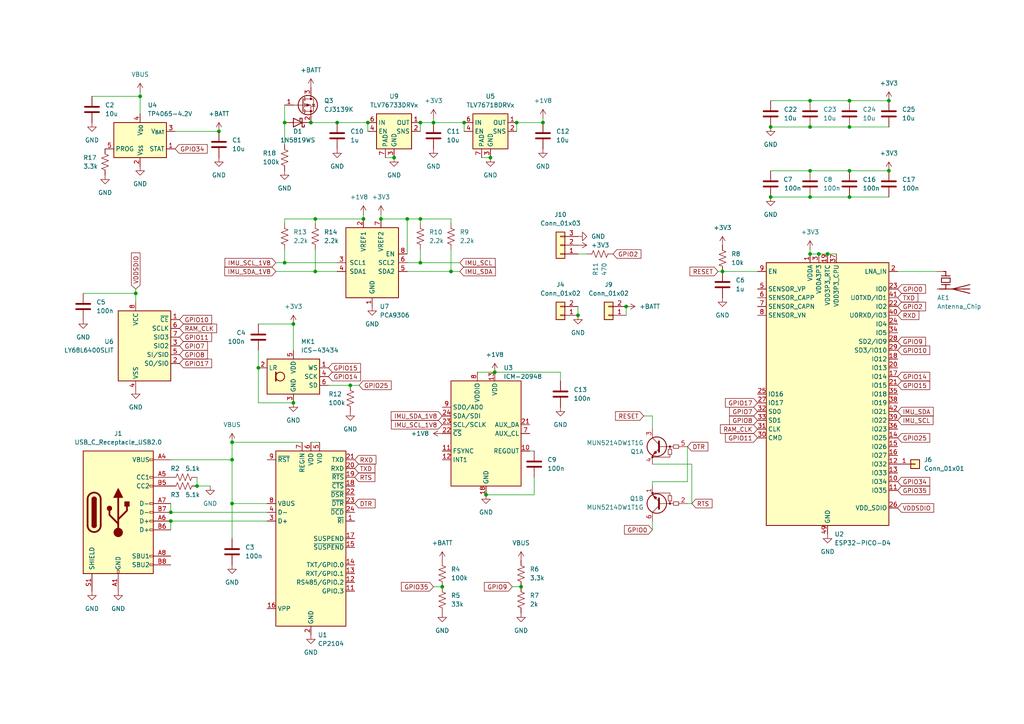
<source format=kicad_sch>
(kicad_sch (version 20230121) (generator eeschema)
  (paper "A4")
  (lib_symbols
    (symbol "Battery_Management:MCP73831-2-OT"
      (property "Reference" "U" (at -7.62 6.35 0))
      (property "Value" "MCP73831-2-OT" (at 1.27 6.35 0))
      (symbol "MCP73831-2-OT_1_1"
        (pin output line (at 10.16 -2.54 180) (length 2.54) (name "STAT") (number "1"))
        (pin power_in line (at 0 -7.62 90) (length 2.54) (name "V_{SS}") (number "2"))
        (pin power_out line (at 10.16 2.54 180) (length 2.54) (name "V_{BAT}") (number "3"))
        (pin power_in line (at 0 7.62 270) (length 2.54) (name "V_{DD}") (number "4"))
        (pin input line (at -10.16 -2.54 0) (length 2.54) (name "PROG") (number "5"))
      )
    )
    (symbol "Connector:USB_C_Receptacle_USB2.0" (pin_names (offset 1.016))
      (property "Reference" "J" (at -10.16 19.05 0))
      (property "Value" "USB_C_Receptacle_USB2.0" (at 19.05 19.05 0))
      (symbol "USB_C_Receptacle_USB2.0_1_1"
        (pin passive line (at 0 -22.86 90) (length 5.08) (name "GND") (number "A1"))
        (pin passive line (at 0 -22.86 90) (length 5.08) hide (name "GND") (number "A12"))
        (pin passive line (at 15.24 15.24 180) (length 5.08) (name "VBUS") (number "A4"))
        (pin bidirectional line (at 15.24 10.16 180) (length 5.08) (name "CC1") (number "A5"))
        (pin bidirectional line (at 15.24 -2.54 180) (length 5.08) (name "D+") (number "A6"))
        (pin bidirectional line (at 15.24 2.54 180) (length 5.08) (name "D-") (number "A7"))
        (pin bidirectional line (at 15.24 -12.7 180) (length 5.08) (name "SBU1") (number "A8"))
        (pin passive line (at 15.24 15.24 180) (length 5.08) hide (name "VBUS") (number "A9"))
        (pin passive line (at 0 -22.86 90) (length 5.08) hide (name "GND") (number "B1"))
        (pin passive line (at 0 -22.86 90) (length 5.08) hide (name "GND") (number "B12"))
        (pin passive line (at 15.24 15.24 180) (length 5.08) hide (name "VBUS") (number "B4"))
        (pin bidirectional line (at 15.24 7.62 180) (length 5.08) (name "CC2") (number "B5"))
        (pin bidirectional line (at 15.24 -5.08 180) (length 5.08) (name "D+") (number "B6"))
        (pin bidirectional line (at 15.24 0 180) (length 5.08) (name "D-") (number "B7"))
        (pin bidirectional line (at 15.24 -15.24 180) (length 5.08) (name "SBU2") (number "B8"))
        (pin passive line (at 15.24 15.24 180) (length 5.08) hide (name "VBUS") (number "B9"))
        (pin passive line (at -7.62 -22.86 90) (length 5.08) (name "SHIELD") (number "S1"))
      )
    )
    (symbol "Connector_Generic:Conn_01x01" (pin_names (offset 1.016) hide)
      (property "Reference" "J" (at 0 2.54 0))
      (property "Value" "Conn_01x01" (at 0 -2.54 0))
      (symbol "Conn_01x01_1_1"
        (pin passive line (at -5.08 0 0) (length 3.81) (name "Pin_1") (number "1"))
      )
    )
    (symbol "Connector_Generic:Conn_01x02" (pin_names (offset 1.016) hide)
      (property "Reference" "J" (at 0 2.54 0))
      (property "Value" "Conn_01x02" (at 0 -5.08 0))
      (symbol "Conn_01x02_1_1"
        (pin passive line (at -5.08 0 0) (length 3.81) (name "Pin_1") (number "1"))
        (pin passive line (at -5.08 -2.54 0) (length 3.81) (name "Pin_2") (number "2"))
      )
    )
    (symbol "Connector_Generic:Conn_01x03" (pin_names (offset 1.016) hide)
      (property "Reference" "J" (at 0 5.08 0))
      (property "Value" "Conn_01x03" (at 0 -5.08 0))
      (symbol "Conn_01x03_1_1"
        (pin passive line (at -5.08 2.54 0) (length 3.81) (name "Pin_1") (number "1"))
        (pin passive line (at -5.08 0 0) (length 3.81) (name "Pin_2") (number "2"))
        (pin passive line (at -5.08 -2.54 0) (length 3.81) (name "Pin_3") (number "3"))
      )
    )
    (symbol "Device:Antenna_Chip" (pin_numbers hide) (pin_names (offset 1.016) hide)
      (property "Reference" "AE" (at 0 5.08 0))
      (property "Value" "Antenna_Chip" (at 0 3.175 0))
      (symbol "Antenna_Chip_1_1"
        (pin input line (at -2.54 -2.54 90) (length 2.54) (name "FEED") (number "1"))
        (pin passive line (at 2.54 -2.54 90) (length 2.54) (name "PCB_Trace") (number "2"))
      )
    )
    (symbol "Device:C" (pin_numbers hide) (pin_names (offset 0.254))
      (property "Reference" "C" (at 0.635 2.54 0))
      (property "Value" "C" (at 0.635 -2.54 0))
      (symbol "C_1_1"
        (pin passive line (at 0 3.81 270) (length 2.794) (name "~") (number "1"))
        (pin passive line (at 0 -3.81 90) (length 2.794) (name "~") (number "2"))
      )
    )
    (symbol "Device:R_US" (pin_numbers hide) (pin_names (offset 0))
      (property "Reference" "R" (at 2.54 0 90))
      (property "Value" "R_US" (at -2.54 0 90))
      (symbol "R_US_1_1"
        (pin passive line (at 0 3.81 270) (length 1.27) (name "~") (number "1"))
        (pin passive line (at 0 -3.81 90) (length 1.27) (name "~") (number "2"))
      )
    )
    (symbol "Diode:1N5819WS" (pin_numbers hide) (pin_names (offset 1.016) hide)
      (property "Reference" "D" (at 0 2.54 0))
      (property "Value" "1N5819WS" (at 0 -2.54 0))
      (symbol "1N5819WS_1_1"
        (pin passive line (at -3.81 0 0) (length 2.54) (name "K") (number "1"))
        (pin passive line (at 3.81 0 180) (length 2.54) (name "A") (number "2"))
      )
    )
    (symbol "Interface:PCA9306" (pin_names (offset 1.016))
      (property "Reference" "U" (at -7.62 11.43 0))
      (property "Value" "PCA9306" (at 5.08 11.43 0))
      (symbol "PCA9306_1_1"
        (pin power_in line (at 0 -12.7 90) (length 2.54) (name "GND") (number "1"))
        (pin power_in line (at -2.54 12.7 270) (length 2.54) (name "VREF1") (number "2"))
        (pin bidirectional line (at -10.16 0 0) (length 2.54) (name "SCL1") (number "3"))
        (pin bidirectional line (at -10.16 -2.54 0) (length 2.54) (name "SDA1") (number "4"))
        (pin bidirectional line (at 10.16 -2.54 180) (length 2.54) (name "SDA2") (number "5"))
        (pin bidirectional line (at 10.16 0 180) (length 2.54) (name "SCL2") (number "6"))
        (pin power_in line (at 2.54 12.7 270) (length 2.54) (name "VREF2") (number "7"))
        (pin input line (at 10.16 2.54 180) (length 2.54) (name "EN") (number "8"))
      )
    )
    (symbol "Interface_USB:CP2104"
      (property "Reference" "U" (at -5.08 28.575 0))
      (property "Value" "CP2104" (at -5.08 26.67 0))
      (symbol "CP2104_1_1"
        (pin input line (at 12.7 5.08 180) (length 2.54) (name "~{RI}") (number "1"))
        (pin no_connect line (at 10.16 -20.32 180) (length 2.54) hide (name "NC") (number "10"))
        (pin bidirectional line (at 12.7 -15.24 180) (length 2.54) (name "GPIO.3") (number "11"))
        (pin bidirectional line (at 12.7 -12.7 180) (length 2.54) (name "RS485/GPIO.2") (number "12"))
        (pin bidirectional line (at 12.7 -10.16 180) (length 2.54) (name "RXT/GPIO.1") (number "13"))
        (pin bidirectional line (at 12.7 -7.62 180) (length 2.54) (name "TXT/GPIO.0") (number "14"))
        (pin output line (at 12.7 -2.54 180) (length 2.54) (name "~{SUSPEND}") (number "15"))
        (pin passive line (at -12.7 -20.32 0) (length 2.54) (name "VPP") (number "16"))
        (pin output line (at 12.7 0 180) (length 2.54) (name "SUSPEND") (number "17"))
        (pin input line (at 12.7 15.24 180) (length 2.54) (name "~{CTS}") (number "18"))
        (pin output line (at 12.7 17.78 180) (length 2.54) (name "~{RTS}") (number "19"))
        (pin power_in line (at 0 -27.94 90) (length 2.54) (name "GND") (number "2"))
        (pin input line (at 12.7 20.32 180) (length 2.54) (name "RXD") (number "20"))
        (pin output line (at 12.7 22.86 180) (length 2.54) (name "TXD") (number "21"))
        (pin input line (at 12.7 12.7 180) (length 2.54) (name "~{DSR}") (number "22"))
        (pin output line (at 12.7 10.16 180) (length 2.54) (name "~{DTR}") (number "23"))
        (pin input line (at 12.7 7.62 180) (length 2.54) (name "~{DCD}") (number "24"))
        (pin passive line (at 0 -27.94 90) (length 2.54) hide (name "GND") (number "25"))
        (pin bidirectional line (at -12.7 5.08 0) (length 2.54) (name "D+") (number "3"))
        (pin bidirectional line (at -12.7 7.62 0) (length 2.54) (name "D-") (number "4"))
        (pin power_in line (at 2.54 27.94 270) (length 2.54) (name "VIO") (number "5"))
        (pin power_in line (at 0 27.94 270) (length 2.54) (name "VDD") (number "6"))
        (pin power_in line (at -2.54 27.94 270) (length 2.54) (name "REGIN") (number "7"))
        (pin input line (at -12.7 10.16 0) (length 2.54) (name "VBUS") (number "8"))
        (pin bidirectional line (at -12.7 22.86 0) (length 2.54) (name "~{RST}") (number "9"))
      )
    )
    (symbol "Memory_RAM:ESP-PSRAM32"
      (property "Reference" "U" (at 3.81 11.43 0))
      (property "Value" "ESP-PSRAM32" (at -1.27 -11.43 0))
      (symbol "ESP-PSRAM32_1_1"
        (pin input line (at 10.16 7.62 180) (length 2.54) (name "~{CE}") (number "1"))
        (pin output line (at 10.16 -5.08 180) (length 2.54) (name "SO/SIO") (number "2"))
        (pin bidirectional line (at 10.16 0 180) (length 2.54) (name "SIO2") (number "3"))
        (pin power_in line (at -2.54 -12.7 90) (length 2.54) (name "VSS") (number "4"))
        (pin input line (at 10.16 -2.54 180) (length 2.54) (name "SI/SIO") (number "5"))
        (pin output line (at 10.16 5.08 180) (length 2.54) (name "SCLK") (number "6"))
        (pin bidirectional line (at 10.16 2.54 180) (length 2.54) (name "SIO3") (number "7"))
        (pin power_in line (at -2.54 12.7 270) (length 2.54) (name "VCC") (number "8"))
      )
    )
    (symbol "RF_Module:ESP32-PICO-D4"
      (property "Reference" "U" (at -17.78 39.37 0))
      (property "Value" "ESP32-PICO-D4" (at 3.81 39.37 0))
      (symbol "ESP32-PICO-D4_0_0"
        (pin power_in line (at -5.08 40.64 270) (length 2.54) (name "VDDA") (number "1"))
        (pin input line (at 20.32 -25.4 180) (length 2.54) (name "IO34") (number "10"))
        (pin input line (at 20.32 -27.94 180) (length 2.54) (name "IO35") (number "11"))
        (pin bidirectional line (at 20.32 -20.32 180) (length 2.54) (name "IO32") (number "12"))
        (pin bidirectional line (at 20.32 -22.86 180) (length 2.54) (name "IO33") (number "13"))
        (pin bidirectional line (at 20.32 -12.7 180) (length 2.54) (name "IO25") (number "14"))
        (pin bidirectional line (at 20.32 -15.24 180) (length 2.54) (name "IO26") (number "15"))
        (pin bidirectional line (at 20.32 -17.78 180) (length 2.54) (name "IO27") (number "16"))
        (pin bidirectional line (at 20.32 5.08 180) (length 2.54) (name "IO14") (number "17"))
        (pin bidirectional line (at 20.32 10.16 180) (length 2.54) (name "IO12") (number "18"))
        (pin power_in line (at 0 40.64 270) (length 2.54) (name "VDD3P3_RTC") (number "19"))
        (pin bidirectional line (at 20.32 35.56 180) (length 2.54) (name "LNA_IN") (number "2"))
        (pin bidirectional line (at 20.32 7.62 180) (length 2.54) (name "IO13") (number "20"))
        (pin bidirectional line (at 20.32 2.54 180) (length 2.54) (name "IO15") (number "21"))
        (pin bidirectional line (at 20.32 25.4 180) (length 2.54) (name "IO2") (number "22"))
        (pin bidirectional line (at 20.32 30.48 180) (length 2.54) (name "IO0") (number "23"))
        (pin bidirectional line (at 20.32 20.32 180) (length 2.54) (name "IO4") (number "24"))
        (pin bidirectional line (at -20.32 0 0) (length 2.54) (name "IO16") (number "25"))
        (pin power_out line (at 20.32 -33.02 180) (length 2.54) (name "VDD_SDIO") (number "26"))
        (pin bidirectional line (at -20.32 -2.54 0) (length 2.54) (name "IO17") (number "27"))
        (pin bidirectional line (at 20.32 15.24 180) (length 2.54) (name "SD2/IO9") (number "28"))
        (pin bidirectional line (at 20.32 12.7 180) (length 2.54) (name "SD3/IO10") (number "29"))
        (pin power_in line (at -2.54 40.64 270) (length 2.54) (name "VDDA3P3") (number "3"))
        (pin bidirectional line (at -20.32 -12.7 0) (length 2.54) (name "CMD") (number "30"))
        (pin bidirectional line (at -20.32 -10.16 0) (length 2.54) (name "CLK") (number "31"))
        (pin bidirectional line (at -20.32 -5.08 0) (length 2.54) (name "SD0") (number "32"))
        (pin bidirectional line (at -20.32 -7.62 0) (length 2.54) (name "SD1") (number "33"))
        (pin bidirectional line (at 20.32 17.78 180) (length 2.54) (name "IO5") (number "34"))
        (pin bidirectional line (at 20.32 0 180) (length 2.54) (name "IO18") (number "35"))
        (pin bidirectional line (at 20.32 -10.16 180) (length 2.54) (name "IO23") (number "36"))
        (pin power_in line (at 2.54 40.64 270) (length 2.54) (name "VDD3P3_CPU") (number "37"))
        (pin bidirectional line (at 20.32 -2.54 180) (length 2.54) (name "IO19") (number "38"))
        (pin bidirectional line (at 20.32 -7.62 180) (length 2.54) (name "IO22") (number "39"))
        (pin passive line (at -2.54 40.64 270) (length 2.54) hide (name "VDDA3P3") (number "4"))
        (pin bidirectional line (at 20.32 22.86 180) (length 2.54) (name "U0RXD/IO3") (number "40"))
        (pin bidirectional line (at 20.32 27.94 180) (length 2.54) (name "U0TXD/IO1") (number "41"))
        (pin bidirectional line (at 20.32 -5.08 180) (length 2.54) (name "IO21") (number "42"))
        (pin passive line (at -5.08 40.64 270) (length 2.54) hide (name "VDDA") (number "43"))
        (pin no_connect line (at -17.78 -25.4 0) (length 2.54) hide (name "XTAL_N_NC") (number "44"))
        (pin no_connect line (at -17.78 -27.94 0) (length 2.54) hide (name "XTAL_P_NC") (number "45"))
        (pin passive line (at -5.08 40.64 270) (length 2.54) hide (name "VDDA") (number "46"))
        (pin no_connect line (at -17.78 -30.48 0) (length 2.54) hide (name "CAP2_NC") (number "47"))
        (pin no_connect line (at -17.78 -33.02 0) (length 2.54) hide (name "CAP1_NC") (number "48"))
        (pin power_in line (at 0 -40.64 90) (length 2.54) (name "GND") (number "49"))
        (pin input line (at -20.32 30.48 0) (length 2.54) (name "SENSOR_VP") (number "5"))
        (pin input line (at -20.32 27.94 0) (length 2.54) (name "SENSOR_CAPP") (number "6"))
        (pin input line (at -20.32 25.4 0) (length 2.54) (name "SENSOR_CAPN") (number "7"))
        (pin input line (at -20.32 22.86 0) (length 2.54) (name "SENSOR_VN") (number "8"))
        (pin input line (at -20.32 35.56 0) (length 2.54) (name "EN") (number "9"))
      )
    )
    (symbol "Regulator_Linear:TLV76718DRVx"
      (property "Reference" "U" (at 0 8.89 0))
      (property "Value" "TLV76718DRVx" (at 0 6.35 0))
      (symbol "TLV76718DRVx_1_1"
        (pin power_out line (at 7.62 2.54 180) (length 2.54) (name "OUT") (number "1"))
        (pin input line (at 7.62 0 180) (length 2.54) (name "SNS") (number "2"))
        (pin power_in line (at 0 -7.62 90) (length 2.54) (name "GND") (number "3"))
        (pin input line (at -7.62 0 0) (length 2.54) (name "EN") (number "4"))
        (pin passive line (at 0 -7.62 90) (length 2.54) hide (name "GND") (number "5"))
        (pin power_in line (at -7.62 2.54 0) (length 2.54) (name "IN") (number "6"))
        (pin passive line (at -2.54 -7.62 90) (length 2.54) (name "PAD") (number "7"))
      )
    )
    (symbol "Regulator_Linear:TLV76733DRVx"
      (property "Reference" "U" (at 0 8.89 0))
      (property "Value" "TLV76733DRVx" (at 0 6.35 0))
      (symbol "TLV76733DRVx_1_1"
        (pin power_out line (at 7.62 2.54 180) (length 2.54) (name "OUT") (number "1"))
        (pin input line (at 7.62 0 180) (length 2.54) (name "SNS") (number "2"))
        (pin power_in line (at 0 -7.62 90) (length 2.54) (name "GND") (number "3"))
        (pin input line (at -7.62 0 0) (length 2.54) (name "EN") (number "4"))
        (pin passive line (at 0 -7.62 90) (length 2.54) hide (name "GND") (number "5"))
        (pin power_in line (at -7.62 2.54 0) (length 2.54) (name "IN") (number "6"))
        (pin passive line (at -2.54 -7.62 90) (length 2.54) (name "PAD") (number "7"))
      )
    )
    (symbol "Sensor_Audio:ICS-43434"
      (property "Reference" "MK" (at -7.62 6.35 0))
      (property "Value" "ICS-43434" (at 1.27 6.35 0))
      (symbol "ICS-43434_1_1"
        (pin input line (at 10.16 2.54 180) (length 2.54) (name "WS") (number "1"))
        (pin input line (at -10.16 2.54 0) (length 2.54) (name "LR") (number "2"))
        (pin power_in line (at 0 -7.62 90) (length 2.54) (name "GND") (number "3"))
        (pin input line (at 10.16 0 180) (length 2.54) (name "SCK") (number "4"))
        (pin power_in line (at 0 7.62 270) (length 2.54) (name "VDD") (number "5"))
        (pin output line (at 10.16 -2.54 180) (length 2.54) (name "SD") (number "6"))
      )
    )
    (symbol "Sensor_Motion:ICM-20948"
      (property "Reference" "U" (at -11.43 16.51 0))
      (property "Value" "ICM-20948" (at 7.62 -16.51 0))
      (symbol "ICM-20948_1_1"
        (pin no_connect line (at -10.16 12.7 0) (length 2.54) hide (name "NC") (number "1"))
        (pin passive line (at 12.7 -5.08 180) (length 2.54) (name "REGOUT") (number "10"))
        (pin input line (at -12.7 -5.08 0) (length 2.54) (name "FSYNC") (number "11"))
        (pin output line (at -12.7 -7.62 0) (length 2.54) (name "INT1") (number "12"))
        (pin power_in line (at 2.54 17.78 270) (length 2.54) (name "VDD") (number "13"))
        (pin no_connect line (at 10.16 7.62 180) (length 2.54) hide (name "NC") (number "14"))
        (pin no_connect line (at 10.16 5.08 180) (length 2.54) hide (name "NC") (number "15"))
        (pin no_connect line (at 10.16 -7.62 180) (length 2.54) hide (name "NC") (number "16"))
        (pin no_connect line (at 10.16 -10.16 180) (length 2.54) hide (name "NC") (number "17"))
        (pin power_in line (at 0 -17.78 90) (length 2.54) (name "GND") (number "18"))
        (pin no_connect line (at 10.16 -12.7 180) (length 2.54) hide (name "RESV") (number "19"))
        (pin no_connect line (at -10.16 10.16 0) (length 2.54) hide (name "NC") (number "2"))
        (pin passive line (at 0 -17.78 90) (length 2.54) hide (name "GND") (number "20"))
        (pin bidirectional line (at 12.7 2.54 180) (length 2.54) (name "AUX_DA") (number "21"))
        (pin input line (at -12.7 0 0) (length 2.54) (name "~{CS}") (number "22"))
        (pin input line (at -12.7 2.54 0) (length 2.54) (name "SCL/SCLK") (number "23"))
        (pin bidirectional line (at -12.7 5.08 0) (length 2.54) (name "SDA/SDI") (number "24"))
        (pin no_connect line (at -10.16 -2.54 0) (length 2.54) hide (name "NC") (number "3"))
        (pin no_connect line (at -10.16 -10.16 0) (length 2.54) hide (name "NC") (number "4"))
        (pin no_connect line (at -10.16 -12.7 0) (length 2.54) hide (name "NC") (number "5"))
        (pin no_connect line (at 10.16 10.16 180) (length 2.54) hide (name "NC") (number "6"))
        (pin output line (at 12.7 0 180) (length 2.54) (name "AUX_CL") (number "7"))
        (pin power_in line (at -2.54 17.78 270) (length 2.54) (name "VDDIO") (number "8"))
        (pin bidirectional line (at -12.7 7.62 0) (length 2.54) (name "SDO/AD0") (number "9"))
      )
    )
    (symbol "Transistor_BJT:MUN5211DW1" (pin_names hide)
      (property "Reference" "Q" (at 3.81 1.27 0))
      (property "Value" "MUN5211DW1" (at 3.81 -1.27 0))
      (symbol "MUN5211DW1_1_1"
        (pin passive line (at 1.27 5.08 270) (length 2.54) (name "C1") (number "3"))
        (pin passive line (at 1.27 -5.08 90) (length 2.54) (name "E1") (number "4"))
        (pin input line (at -8.89 0 0) (length 2.54) (name "B1") (number "5"))
      )
      (symbol "MUN5211DW1_2_1"
        (pin passive line (at 1.27 -5.08 90) (length 2.54) (name "E2") (number "1"))
        (pin input line (at -8.89 0 0) (length 2.54) (name "B2") (number "2"))
        (pin passive line (at 1.27 5.08 270) (length 2.54) (name "C2") (number "6"))
      )
    )
    (symbol "Transistor_FET:AO3401A" (pin_names hide)
      (property "Reference" "Q" (at 5.08 1.905 0))
      (property "Value" "AO3401A" (at 5.08 0 0))
      (symbol "AO3401A_1_1"
        (pin input line (at -5.08 0 0) (length 2.54) (name "G") (number "1"))
        (pin passive line (at 2.54 -5.08 90) (length 2.54) (name "S") (number "2"))
        (pin passive line (at 2.54 5.08 270) (length 2.54) (name "D") (number "3"))
      )
    )
    (symbol "power:+1V8" (power) (pin_names (offset 0))
      (property "Value" "+1V8" (at 0 3.556 0))
      (symbol "+1V8_1_1"
        (pin power_in line (at 0 0 90) (length 0) hide (name "+1V8") (number "1"))
      )
    )
    (symbol "power:+3V3" (power) (pin_names (offset 0))
      (property "Value" "+3V3" (at 0 3.556 0))
      (symbol "+3V3_1_1"
        (pin power_in line (at 0 0 90) (length 0) hide (name "+3V3") (number "1"))
      )
    )
    (symbol "power:+BATT" (power) (pin_names (offset 0))
      (property "Value" "+BATT" (at 0 3.556 0))
      (symbol "+BATT_1_1"
        (pin power_in line (at 0 0 90) (length 0) hide (name "+BATT") (number "1"))
      )
    )
    (symbol "power:GND" (power) (pin_names (offset 0))
      (property "Value" "GND" (at 0 -3.81 0))
      (symbol "GND_1_1"
        (pin power_in line (at 0 0 270) (length 0) hide (name "GND") (number "1"))
      )
    )
    (symbol "power:VBUS" (power) (pin_names (offset 0))
      (property "Value" "VBUS" (at 0 3.81 0))
      (symbol "VBUS_1_1"
        (pin power_in line (at 0 0 90) (length 0) hide (name "VBUS") (number "1"))
      )
    )
  )
  (junction (at 63.5 38.1))
  (junction (at 67.31 128.27))
  (junction (at 91.44 63.5))
  (junction (at 143.51 107.95))
  (junction (at 140.97 143.51))
  (junction (at 142.24 45.72))
  (junction (at 151.13 170.18))
  (junction (at 121.92 63.5))
  (junction (at 90.17 35.56))
  (junction (at 67.31 146.05))
  (junction (at 40.64 27.94))
  (junction (at 223.52 36.83))
  (junction (at 91.44 78.74))
  (junction (at 157.48 35.56))
  (junction (at 237.49 73.66))
  (junction (at 85.09 93.98))
  (junction (at 209.55 78.74))
  (junction (at 118.11 63.5))
  (junction (at 246.38 36.83))
  (junction (at 49.53 148.59))
  (junction (at 110.49 63.5))
  (junction (at 125.73 35.56))
  (junction (at 167.64 91.44))
  (junction (at 85.09 116.84))
  (junction (at 246.38 57.15))
  (junction (at 82.55 76.2))
  (junction (at 234.95 29.21))
  (junction (at 106.68 35.56))
  (junction (at 257.81 49.53))
  (junction (at 49.53 151.13))
  (junction (at 39.37 85.09))
  (junction (at 234.95 57.15))
  (junction (at 114.3 45.72))
  (junction (at 121.92 35.56))
  (junction (at 121.92 76.2))
  (junction (at 130.81 78.74))
  (junction (at 246.38 49.53))
  (junction (at 67.31 133.35))
  (junction (at 240.03 73.66))
  (junction (at 149.86 35.56))
  (junction (at 101.6 111.76))
  (junction (at 257.81 29.21))
  (junction (at 134.62 35.56))
  (junction (at 105.41 63.5))
  (junction (at 234.95 73.66))
  (junction (at 223.52 57.15))
  (junction (at 97.79 35.56))
  (junction (at 181.61 88.9))
  (junction (at 234.95 49.53))
  (junction (at 246.38 29.21))
  (junction (at 82.55 35.56))
  (junction (at 74.93 106.68))
  (junction (at 234.95 36.83))
  (junction (at 128.27 170.18))
  (junction (at 57.15 140.97))
  (wire (pts (xy 118.11 63.5) (xy 121.92 63.5)))
  (wire (pts (xy 130.81 63.5) (xy 130.81 64.77)))
  (wire (pts (xy 223.52 49.53) (xy 234.95 49.53)))
  (wire (pts (xy 234.95 36.83) (xy 246.38 36.83)))
  (wire (pts (xy 82.55 63.5) (xy 82.55 64.77)))
  (wire (pts (xy 74.93 106.68) (xy 74.93 116.84)))
  (wire (pts (xy 234.95 72.39) (xy 234.95 73.66)))
  (wire (pts (xy 199.39 139.7) (xy 199.39 129.54)))
  (wire (pts (xy 130.81 72.39) (xy 130.81 78.74)))
  (wire (pts (xy 49.53 133.35) (xy 67.31 133.35)))
  (wire (pts (xy 154.94 130.81) (xy 153.67 130.81)))
  (wire (pts (xy 74.93 116.84) (xy 85.09 116.84)))
  (wire (pts (xy 82.55 30.48) (xy 82.55 35.56)))
  (wire (pts (xy 143.51 107.95) (xy 162.56 107.95)))
  (wire (pts (xy 234.95 29.21) (xy 246.38 29.21)))
  (wire (pts (xy 134.62 35.56) (xy 134.62 38.1)))
  (wire (pts (xy 49.53 151.13) (xy 77.47 151.13)))
  (wire (pts (xy 49.53 148.59) (xy 77.47 148.59)))
  (wire (pts (xy 80.01 78.74) (xy 91.44 78.74)))
  (wire (pts (xy 125.73 34.29) (xy 125.73 35.56)))
  (wire (pts (xy 189.23 120.65) (xy 189.23 124.46)))
  (wire (pts (xy 74.93 93.98) (xy 85.09 93.98)))
  (wire (pts (xy 209.55 78.74) (xy 219.71 78.74)))
  (wire (pts (xy 111.76 45.72) (xy 114.3 45.72)))
  (wire (pts (xy 104.14 111.76) (xy 101.6 111.76)))
  (wire (pts (xy 49.53 151.13) (xy 49.53 153.67)))
  (wire (pts (xy 223.52 57.15) (xy 234.95 57.15)))
  (wire (pts (xy 130.81 78.74) (xy 133.35 78.74)))
  (wire (pts (xy 118.11 76.2) (xy 121.92 76.2)))
  (wire (pts (xy 121.92 35.56) (xy 125.73 35.56)))
  (wire (pts (xy 139.7 45.72) (xy 142.24 45.72)))
  (wire (pts (xy 246.38 57.15) (xy 257.81 57.15)))
  (wire (pts (xy 208.28 78.74) (xy 209.55 78.74)))
  (wire (pts (xy 271.78 78.74) (xy 260.35 78.74)))
  (wire (pts (xy 67.31 133.35) (xy 67.31 146.05)))
  (wire (pts (xy 121.92 72.39) (xy 121.92 76.2)))
  (wire (pts (xy 39.37 83.82) (xy 39.37 85.09)))
  (wire (pts (xy 90.17 35.56) (xy 97.79 35.56)))
  (wire (pts (xy 234.95 73.66) (xy 237.49 73.66)))
  (wire (pts (xy 167.64 88.9) (xy 167.64 91.44)))
  (wire (pts (xy 40.64 27.94) (xy 40.64 33.02)))
  (wire (pts (xy 181.61 88.9) (xy 181.61 91.44)))
  (wire (pts (xy 91.44 72.39) (xy 91.44 78.74)))
  (wire (pts (xy 40.64 26.67) (xy 40.64 27.94)))
  (wire (pts (xy 67.31 146.05) (xy 77.47 146.05)))
  (wire (pts (xy 157.48 34.29) (xy 157.48 35.56)))
  (wire (pts (xy 80.01 76.2) (xy 82.55 76.2)))
  (wire (pts (xy 87.63 128.27) (xy 67.31 128.27)))
  (wire (pts (xy 118.11 73.66) (xy 118.11 63.5)))
  (wire (pts (xy 97.79 35.56) (xy 106.68 35.56)))
  (wire (pts (xy 49.53 146.05) (xy 49.53 148.59)))
  (wire (pts (xy 223.52 29.21) (xy 234.95 29.21)))
  (wire (pts (xy 200.66 146.05) (xy 199.39 146.05)))
  (wire (pts (xy 118.11 78.74) (xy 130.81 78.74)))
  (wire (pts (xy 82.55 35.56) (xy 82.55 41.91)))
  (wire (pts (xy 237.49 73.66) (xy 240.03 73.66)))
  (wire (pts (xy 90.17 128.27) (xy 92.71 128.27)))
  (wire (pts (xy 91.44 63.5) (xy 82.55 63.5)))
  (wire (pts (xy 186.69 120.65) (xy 189.23 120.65)))
  (wire (pts (xy 125.73 35.56) (xy 134.62 35.56)))
  (wire (pts (xy 105.41 63.5) (xy 91.44 63.5)))
  (wire (pts (xy 246.38 29.21) (xy 257.81 29.21)))
  (wire (pts (xy 125.73 170.18) (xy 128.27 170.18)))
  (wire (pts (xy 91.44 63.5) (xy 91.44 64.77)))
  (wire (pts (xy 138.43 107.95) (xy 143.51 107.95)))
  (wire (pts (xy 170.18 73.66) (xy 167.64 73.66)))
  (wire (pts (xy 26.67 27.94) (xy 40.64 27.94)))
  (wire (pts (xy 140.97 143.51) (xy 154.94 143.51)))
  (wire (pts (xy 189.23 153.67) (xy 189.23 151.13)))
  (wire (pts (xy 189.23 140.97) (xy 189.23 139.7)))
  (wire (pts (xy 246.38 49.53) (xy 257.81 49.53)))
  (wire (pts (xy 149.86 35.56) (xy 157.48 35.56)))
  (wire (pts (xy 67.31 128.27) (xy 67.31 133.35)))
  (wire (pts (xy 121.92 63.5) (xy 130.81 63.5)))
  (wire (pts (xy 200.66 134.62) (xy 200.66 146.05)))
  (wire (pts (xy 57.15 138.43) (xy 57.15 140.97)))
  (wire (pts (xy 121.92 35.56) (xy 121.92 38.1)))
  (wire (pts (xy 234.95 57.15) (xy 246.38 57.15)))
  (wire (pts (xy 246.38 36.83) (xy 257.81 36.83)))
  (wire (pts (xy 118.11 63.5) (xy 110.49 63.5)))
  (wire (pts (xy 24.13 85.09) (xy 39.37 85.09)))
  (wire (pts (xy 82.55 76.2) (xy 97.79 76.2)))
  (wire (pts (xy 189.23 139.7) (xy 199.39 139.7)))
  (wire (pts (xy 234.95 49.53) (xy 246.38 49.53)))
  (wire (pts (xy 74.93 101.6) (xy 74.93 106.68)))
  (wire (pts (xy 57.15 140.97) (xy 60.96 140.97)))
  (wire (pts (xy 91.44 78.74) (xy 97.79 78.74)))
  (wire (pts (xy 189.23 134.62) (xy 200.66 134.62)))
  (wire (pts (xy 63.5 38.1) (xy 50.8 38.1)))
  (wire (pts (xy 110.49 62.23) (xy 110.49 63.5)))
  (wire (pts (xy 148.59 170.18) (xy 151.13 170.18)))
  (wire (pts (xy 105.41 62.23) (xy 105.41 63.5)))
  (wire (pts (xy 82.55 72.39) (xy 82.55 76.2)))
  (wire (pts (xy 67.31 146.05) (xy 67.31 156.21)))
  (wire (pts (xy 240.03 73.66) (xy 242.57 73.66)))
  (wire (pts (xy 121.92 63.5) (xy 121.92 64.77)))
  (wire (pts (xy 101.6 111.76) (xy 95.25 111.76)))
  (wire (pts (xy 85.09 93.98) (xy 85.09 101.6)))
  (wire (pts (xy 121.92 76.2) (xy 133.35 76.2)))
  (wire (pts (xy 106.68 35.56) (xy 106.68 38.1)))
  (wire (pts (xy 162.56 107.95) (xy 162.56 110.49)))
  (wire (pts (xy 154.94 138.43) (xy 154.94 143.51)))
  (wire (pts (xy 149.86 35.56) (xy 149.86 38.1)))
  (wire (pts (xy 223.52 36.83) (xy 234.95 36.83)))
  (wire (pts (xy 39.37 85.09) (xy 39.37 87.63)))
  (global_label "GPIO0" (shape input) (at 189.23 153.67 180) (property "Intersheetrefs" "${INTERSHEET_REFS}" (effects hide)))
  (global_label "RESET" (shape input) (at 208.28 78.74 180) (property "Intersheetrefs" "${INTERSHEET_REFS}" (effects hide)))
  (global_label "IMU_SCL" (shape input) (at 260.35 121.92 0) (property "Intersheetrefs" "${INTERSHEET_REFS}" (effects hide)))
  (global_label "TXD" (shape input) (at 260.35 86.36 0) (property "Intersheetrefs" "${INTERSHEET_REFS}" (effects hide)))
  (global_label "GPIO17" (shape input) (at 219.71 116.84 180) (property "Intersheetrefs" "${INTERSHEET_REFS}" (effects hide)))
  (global_label "IMU_SCL_1V8" (shape input) (at 128.27 123.19 180) (property "Intersheetrefs" "${INTERSHEET_REFS}" (effects hide)))
  (global_label "GPIO14" (shape input) (at 95.25 109.22 0) (property "Intersheetrefs" "${INTERSHEET_REFS}" (effects hide)))
  (global_label "GPIO7" (shape input) (at 219.71 119.38 180) (property "Intersheetrefs" "${INTERSHEET_REFS}" (effects hide)))
  (global_label "GPIO25" (shape input) (at 104.14 111.76 0) (property "Intersheetrefs" "${INTERSHEET_REFS}" (effects hide)))
  (global_label "RXD" (shape input) (at 102.87 133.35 0) (property "Intersheetrefs" "${INTERSHEET_REFS}" (effects hide)))
  (global_label "GPIO2" (shape input) (at 177.8 73.66 0) (property "Intersheetrefs" "${INTERSHEET_REFS}" (effects hide)))
  (global_label "GPIO15" (shape input) (at 260.35 111.76 0) (property "Intersheetrefs" "${INTERSHEET_REFS}" (effects hide)))
  (global_label "IMU_SDA_1V8" (shape input) (at 80.01 78.74 180) (property "Intersheetrefs" "${INTERSHEET_REFS}" (effects hide)))
  (global_label "RTS" (shape input) (at 102.87 138.43 0) (property "Intersheetrefs" "${INTERSHEET_REFS}" (effects hide)))
  (global_label "GPIO8" (shape input) (at 52.07 102.87 0) (property "Intersheetrefs" "${INTERSHEET_REFS}" (effects hide)))
  (global_label "GPIO17" (shape input) (at 52.07 105.41 0) (property "Intersheetrefs" "${INTERSHEET_REFS}" (effects hide)))
  (global_label "GPIO15" (shape input) (at 95.25 106.68 0) (property "Intersheetrefs" "${INTERSHEET_REFS}" (effects hide)))
  (global_label "RAM_CLK" (shape input) (at 219.71 124.46 180) (property "Intersheetrefs" "${INTERSHEET_REFS}" (effects hide)))
  (global_label "IMU_SDA" (shape input) (at 133.35 78.74 0) (property "Intersheetrefs" "${INTERSHEET_REFS}" (effects hide)))
  (global_label "GPIO10" (shape input) (at 52.07 92.71 0) (property "Intersheetrefs" "${INTERSHEET_REFS}" (effects hide)))
  (global_label "VDDSDIO" (shape input) (at 260.35 147.32 0) (property "Intersheetrefs" "${INTERSHEET_REFS}" (effects hide)))
  (global_label "RESET" (shape input) (at 186.69 120.65 180) (property "Intersheetrefs" "${INTERSHEET_REFS}" (effects hide)))
  (global_label "GPIO8" (shape input) (at 219.71 121.92 180) (property "Intersheetrefs" "${INTERSHEET_REFS}" (effects hide)))
  (global_label "GPIO0" (shape input) (at 260.35 83.82 0) (property "Intersheetrefs" "${INTERSHEET_REFS}" (effects hide)))
  (global_label "GPIO11" (shape input) (at 219.71 127 180) (property "Intersheetrefs" "${INTERSHEET_REFS}" (effects hide)))
  (global_label "GPIO9" (shape input) (at 260.35 99.06 0) (property "Intersheetrefs" "${INTERSHEET_REFS}" (effects hide)))
  (global_label "IMU_SDA_1V8" (shape input) (at 128.27 120.65 180) (property "Intersheetrefs" "${INTERSHEET_REFS}" (effects hide)))
  (global_label "GPIO35" (shape input) (at 260.35 142.24 0) (property "Intersheetrefs" "${INTERSHEET_REFS}" (effects hide)))
  (global_label "GPIO34" (shape input) (at 260.35 139.7 0) (property "Intersheetrefs" "${INTERSHEET_REFS}" (effects hide)))
  (global_label "IMU_SDA" (shape input) (at 260.35 119.38 0) (property "Intersheetrefs" "${INTERSHEET_REFS}" (effects hide)))
  (global_label "IMU_SCL_1V8" (shape input) (at 80.01 76.2 180) (property "Intersheetrefs" "${INTERSHEET_REFS}" (effects hide)))
  (global_label "IMU_SCL" (shape input) (at 133.35 76.2 0) (property "Intersheetrefs" "${INTERSHEET_REFS}" (effects hide)))
  (global_label "GPIO10" (shape input) (at 260.35 101.6 0) (property "Intersheetrefs" "${INTERSHEET_REFS}" (effects hide)))
  (global_label "GPIO35" (shape input) (at 125.73 170.18 180) (property "Intersheetrefs" "${INTERSHEET_REFS}" (effects hide)))
  (global_label "DTR" (shape input) (at 199.39 129.54 0) (property "Intersheetrefs" "${INTERSHEET_REFS}" (effects hide)))
  (global_label "RXD" (shape input) (at 260.35 91.44 0) (property "Intersheetrefs" "${INTERSHEET_REFS}" (effects hide)))
  (global_label "DTR" (shape input) (at 102.87 146.05 0) (property "Intersheetrefs" "${INTERSHEET_REFS}" (effects hide)))
  (global_label "TXD" (shape input) (at 102.87 135.89 0) (property "Intersheetrefs" "${INTERSHEET_REFS}" (effects hide)))
  (global_label "GPIO25" (shape input) (at 260.35 127 0) (property "Intersheetrefs" "${INTERSHEET_REFS}" (effects hide)))
  (global_label "RAM_CLK" (shape input) (at 52.07 95.25 0) (property "Intersheetrefs" "${INTERSHEET_REFS}" (effects hide)))
  (global_label "GPIO2" (shape input) (at 260.35 88.9 0) (property "Intersheetrefs" "${INTERSHEET_REFS}" (effects hide)))
  (global_label "GPIO34" (shape input) (at 50.8 43.18 0) (property "Intersheetrefs" "${INTERSHEET_REFS}" (effects hide)))
  (global_label "GPIO7" (shape input) (at 52.07 100.33 0) (property "Intersheetrefs" "${INTERSHEET_REFS}" (effects hide)))
  (global_label "VDDSDIO" (shape input) (at 39.37 83.82 90) (property "Intersheetrefs" "${INTERSHEET_REFS}" (effects hide)))
  (global_label "GPIO14" (shape input) (at 260.35 109.22 0) (property "Intersheetrefs" "${INTERSHEET_REFS}" (effects hide)))
  (global_label "GPIO9" (shape input) (at 148.59 170.18 180) (property "Intersheetrefs" "${INTERSHEET_REFS}" (effects hide)))
  (global_label "RTS" (shape input) (at 200.66 146.05 0) (property "Intersheetrefs" "${INTERSHEET_REFS}" (effects hide)))
  (global_label "GPIO11" (shape input) (at 52.07 97.79 0) (property "Intersheetrefs" "${INTERSHEET_REFS}" (effects hide)))
  (symbol (lib_id "Device:R_US") (at 128.27 173.99 0) (unit 1)
    (property "Reference" "R5" (at 130.81 172.72 0) (effects (justify left)))
    (property "Value" "33k" (at 130.81 175.26 0) (effects (justify left)))
    (property "Footprint" "Resistor_SMD:R_0402_1005Metric" (effects hide))
  )
  (symbol (lib_id "RF_Module:ESP32-PICO-D4") (at 240.03 114.3 0) (unit 1)
    (property "Reference" "U2" (at 242.0494 154.94 0) (effects (justify left)))
    (property "Value" "ESP32-PICO-D4" (at 242.0494 157.48 0) (effects (justify left)))
    (property "Footprint" "Package_DFN_QFN:QFN-48-1EP_7x7mm_P0.5mm_EP5.3x5.3mm" (effects hide))
    (property "Datasheet" "https://www.espressif.com/sites/default/files/documentation/esp32-pico-d4_datasheet_en.pdf" (effects hide))
  )
  (symbol (lib_id "Device:R_US") (at 91.44 68.58 0) (unit 1)
    (property "Reference" "R14" (at 93.98 67.31 0) (effects (justify left)))
    (property "Value" "2.2k" (at 93.98 69.85 0) (effects (justify left)))
    (property "Footprint" "Resistor_SMD:R_0402_1005Metric" (effects hide))
  )
  (symbol (lib_id "power:+BATT") (at 128.27 162.56 0) (unit 1)
    (property "Reference" "#PWR014" (effects hide))
    (property "Value" "+BATT" (at 128.27 157.48 0))
  )
  (symbol (lib_id "Device:R_US") (at 209.55 74.93 0) (unit 1)
    (property "Reference" "R8" (at 212.09 73.66 0) (effects (justify left)))
    (property "Value" "10k" (at 212.09 76.2 0) (effects (justify left)))
    (property "Footprint" "Resistor_SMD:R_0402_1005Metric" (effects hide))
  )
  (symbol (lib_id "Device:C") (at 26.67 31.75 0) (unit 1)
    (property "Reference" "C2" (at 30.48 30.48 0) (effects (justify left)))
    (property "Value" "10u" (at 30.48 33.02 0) (effects (justify left)))
    (property "Footprint" "Capacitor_SMD:C_0402_1005Metric" (effects hide))
  )
  (symbol (lib_id "power:GND") (at 240.03 154.94 0) (unit 1)
    (property "Reference" "#PWR031" (effects hide))
    (property "Value" "GND" (at 240.03 160.02 0))
  )
  (symbol (lib_id "Device:C") (at 257.81 53.34 0) (unit 1)
    (property "Reference" "C17" (at 261.62 52.07 0) (effects (justify left)))
    (property "Value" "100n" (at 261.62 54.61 0) (effects (justify left)))
    (property "Footprint" "Capacitor_SMD:C_0402_1005Metric" (effects hide))
  )
  (symbol (lib_id "power:+BATT") (at 181.61 88.9 270) (unit 1)
    (property "Reference" "#PWR058" (effects hide))
    (property "Value" "+BATT" (at 185.42 88.9 90) (effects (justify left)))
  )
  (symbol (lib_id "power:+BATT") (at 63.5 38.1 0) (unit 1)
    (property "Reference" "#PWR04" (effects hide))
    (property "Value" "+BATT" (at 63.5 33.02 0))
  )
  (symbol (lib_id "power:+3V3") (at 85.09 93.98 0) (unit 1)
    (property "Reference" "#PWR029" (effects hide))
    (property "Value" "+3V3" (at 85.09 88.9 0))
  )
  (symbol (lib_id "power:GND") (at 39.37 113.03 0) (unit 1)
    (property "Reference" "#PWR017" (effects hide))
    (property "Value" "GND" (at 39.37 118.11 0))
  )
  (symbol (lib_id "Connector:USB_C_Receptacle_USB2.0") (at 34.29 148.59 0) (unit 1)
    (property "Reference" "J1" (at 34.29 125.73 0))
    (property "Value" "USB_C_Receptacle_USB2.0" (at 34.29 128.27 0))
    (property "Footprint" "Connector_USB:USB_C_Receptacle_Palconn_UTC16-G" (effects hide))
    (property "Datasheet" "https://www.usb.org/sites/default/files/documents/usb_type-c.zip" (effects hide))
  )
  (symbol (lib_id "Connector_Generic:Conn_01x03") (at 162.56 71.12 180) (unit 1)
    (property "Reference" "J10" (at 162.56 62.23 0))
    (property "Value" "Conn_01x03" (at 162.56 64.77 0))
    (property "Footprint" "Connector_PinHeader_2.54mm:PinHeader_1x03_P2.54mm_Vertical" (effects hide))
  )
  (symbol (lib_id "power:GND") (at 223.52 57.15 0) (unit 1)
    (property "Reference" "#PWR036" (effects hide))
    (property "Value" "GND" (at 223.52 62.23 0))
  )
  (symbol (lib_id "power:+1V8") (at 128.27 125.73 90) (unit 1)
    (property "Reference" "#PWR040" (effects hide))
    (property "Value" "+1V8" (at 124.46 125.73 90) (effects (justify left)))
  )
  (symbol (lib_id "power:GND") (at 67.31 163.83 0) (unit 1)
    (property "Reference" "#PWR01" (effects hide))
    (property "Value" "GND" (at 67.31 168.91 0))
  )
  (symbol (lib_id "power:GND") (at 82.55 49.53 0) (unit 1)
    (property "Reference" "#PWR048" (effects hide))
    (property "Value" "GND" (at 82.55 54.61 0))
  )
  (symbol (lib_id "Sensor_Audio:ICS-43434") (at 85.09 109.22 0) (unit 1)
    (property "Reference" "MK1" (at 87.2841 99.06 0) (effects (justify left)))
    (property "Value" "ICS-43434" (at 87.2841 101.6 0) (effects (justify left)))
    (property "Footprint" "Sensor_Audio:InvenSense_ICS-43434-6_3.5x2.65mm" (effects hide))
    (property "Datasheet" "https://www.invensense.com/wp-content/uploads/2016/02/DS-000069-ICS-43434-v1.2.pdf" (effects hide))
  )
  (symbol (lib_id "power:GND") (at 209.55 86.36 0) (unit 1)
    (property "Reference" "#PWR033" (effects hide))
    (property "Value" "GND" (at 209.55 91.44 0))
  )
  (symbol (lib_id "Device:R_US") (at 82.55 68.58 0) (unit 1)
    (property "Reference" "R13" (at 85.09 67.31 0) (effects (justify left)))
    (property "Value" "2.2k" (at 85.09 69.85 0) (effects (justify left)))
    (property "Footprint" "Resistor_SMD:R_0402_1005Metric" (effects hide))
  )
  (symbol (lib_id "Transistor_FET:AO3401A") (at 87.63 30.48 0) (unit 1)
    (property "Reference" "Q3" (at 93.98 29.21 0) (effects (justify left)))
    (property "Value" "CJ3139K" (at 93.98 31.75 0) (effects (justify left)))
    (property "Footprint" "Package_TO_SOT_SMD:SOT-723" (effects hide))
    (property "Datasheet" "http://www.aosmd.com/pdfs/datasheet/AO3401A.pdf" (effects hide))
  )
  (symbol (lib_id "Connector_Generic:Conn_01x02") (at 176.53 91.44 180) (unit 1)
    (property "Reference" "J9" (at 176.53 82.55 0))
    (property "Value" "Conn_01x02" (at 176.53 85.09 0))
    (property "Footprint" "Connector_PinHeader_2.54mm:PinHeader_1x02_P2.54mm_Vertical" (effects hide))
  )
  (symbol (lib_id "Transistor_BJT:MUN5211DW1") (at 190.5 129.54 0) (mirror y) (unit 1)
    (property "Reference" "Q1" (at 186.69 130.9878 0) (effects (justify left)))
    (property "Value" "MUN5214DW1T1G" (at 186.69 128.4478 0) (effects (justify left)))
    (property "Footprint" "Package_TO_SOT_SMD:SOT-363_SC-70-6" (effects hide))
    (property "Datasheet" "http://www.onsemi.com/pub/Collateral/DTC114ED-D.PDF" (effects hide))
  )
  (symbol (lib_id "power:GND") (at 34.29 171.45 0) (unit 1)
    (property "Reference" "#PWR06" (effects hide))
    (property "Value" "GND" (at 34.29 176.53 0))
  )
  (symbol (lib_id "Device:C") (at 246.38 33.02 0) (unit 1)
    (property "Reference" "C24" (at 250.19 31.75 0) (effects (justify left)))
    (property "Value" "10u" (at 250.19 34.29 0) (effects (justify left)))
    (property "Footprint" "Capacitor_SMD:C_0402_1005Metric" (effects hide))
  )
  (symbol (lib_id "power:GND") (at 63.5 45.72 0) (unit 1)
    (property "Reference" "#PWR044" (effects hide))
    (property "Value" "GND" (at 63.5 50.8 0))
  )
  (symbol (lib_id "Device:R_US") (at 82.55 45.72 180) (unit 1)
    (property "Reference" "R18" (at 76.2 44.45 0) (effects (justify right)))
    (property "Value" "100k" (at 76.2 46.99 0) (effects (justify right)))
    (property "Footprint" "Resistor_SMD:R_0402_1005Metric" (effects hide))
  )
  (symbol (lib_id "power:GND") (at 90.17 184.15 0) (unit 1)
    (property "Reference" "#PWR09" (effects hide))
    (property "Value" "GND" (at 90.17 189.23 0))
  )
  (symbol (lib_id "power:+3V3") (at 257.81 29.21 0) (unit 1)
    (property "Reference" "#PWR025" (effects hide))
    (property "Value" "+3V3" (at 257.81 24.13 0))
  )
  (symbol (lib_id "power:GND") (at 114.3 45.72 0) (unit 1)
    (property "Reference" "#PWR042" (effects hide))
    (property "Value" "GND" (at 114.3 50.8 0))
  )
  (symbol (lib_id "power:VBUS") (at 67.31 128.27 0) (unit 1)
    (property "Reference" "#PWR05" (effects hide))
    (property "Value" "VBUS" (at 67.31 123.19 0))
  )
  (symbol (lib_id "Interface:PCA9306") (at 107.95 76.2 0) (unit 1)
    (property "Reference" "U7" (at 110.1441 88.9 0) (effects (justify left)))
    (property "Value" "PCA9306" (at 110.1441 91.44 0) (effects (justify left)))
    (property "Footprint" "Package_SO:VSSOP-8_2.3x2mm_P0.5mm" (effects hide))
    (property "Datasheet" "http://www.ti.com/lit/ds/symlink/pca9306.pdf" (effects hide))
  )
  (symbol (lib_id "Device:C") (at 67.31 160.02 0) (unit 1)
    (property "Reference" "C3" (at 71.12 158.75 0) (effects (justify left)))
    (property "Value" "100n" (at 71.12 161.29 0) (effects (justify left)))
    (property "Footprint" "Capacitor_SMD:C_0402_1005Metric" (effects hide))
  )
  (symbol (lib_id "power:VBUS") (at 151.13 162.56 0) (unit 1)
    (property "Reference" "#PWR013" (effects hide))
    (property "Value" "VBUS" (at 151.13 157.48 0))
  )
  (symbol (lib_id "Diode:1N5819WS") (at 86.36 35.56 180) (unit 1)
    (property "Reference" "D1" (at 86.36 38.1 0))
    (property "Value" "1N5819WS" (at 86.36 40.64 0))
    (property "Footprint" "Diode_SMD:D_SOD-323" (effects hide))
    (property "Datasheet" "https://datasheet.lcsc.com/lcsc/2204281430_Guangdong-Hottech-1N5819WS_C191023.pdf" (effects hide))
  )
  (symbol (lib_id "Battery_Management:MCP73831-2-OT") (at 40.64 40.64 0) (unit 1)
    (property "Reference" "U4" (at 42.8341 30.48 0) (effects (justify left)))
    (property "Value" "TP4065-4.2V" (at 42.8341 33.02 0) (effects (justify left)))
    (property "Footprint" "Package_TO_SOT_SMD:SOT-23-5" (effects hide))
    (property "Datasheet" "http://ww1.microchip.com/downloads/en/DeviceDoc/20001984g.pdf" (effects hide))
  )
  (symbol (lib_id "power:GND") (at 60.96 140.97 0) (unit 1)
    (property "Reference" "#PWR08" (effects hide))
    (property "Value" "GND" (at 60.96 146.05 0))
  )
  (symbol (lib_id "Device:C") (at 257.81 33.02 0) (unit 1)
    (property "Reference" "C25" (at 261.62 31.75 0) (effects (justify left)))
    (property "Value" "10u" (at 261.62 34.29 0) (effects (justify left)))
    (property "Footprint" "Capacitor_SMD:C_0402_1005Metric" (effects hide))
  )
  (symbol (lib_id "power:+3V3") (at 167.64 71.12 270) (unit 1)
    (property "Reference" "#PWR010" (effects hide))
    (property "Value" "+3V3" (at 171.45 71.12 90) (effects (justify left)))
  )
  (symbol (lib_id "Device:C") (at 162.56 114.3 0) (unit 1)
    (property "Reference" "C13" (at 166.37 113.03 0) (effects (justify left)))
    (property "Value" "100n" (at 166.37 115.57 0) (effects (justify left)))
    (property "Footprint" "Capacitor_SMD:C_0402_1005Metric" (effects hide))
  )
  (symbol (lib_id "power:+BATT") (at 90.17 25.4 0) (unit 1)
    (property "Reference" "#PWR049" (effects hide))
    (property "Value" "+BATT" (at 90.17 20.32 0))
  )
  (symbol (lib_id "Device:C") (at 234.95 53.34 0) (unit 1)
    (property "Reference" "C8" (at 238.76 52.07 0) (effects (justify left)))
    (property "Value" "100n" (at 238.76 54.61 0) (effects (justify left)))
    (property "Footprint" "Capacitor_SMD:C_0402_1005Metric" (effects hide))
  )
  (symbol (lib_id "power:+3V3") (at 209.55 71.12 0) (unit 1)
    (property "Reference" "#PWR015" (effects hide))
    (property "Value" "+3V3" (at 209.55 66.04 0))
  )
  (symbol (lib_id "power:GND") (at 167.64 91.44 0) (unit 1)
    (property "Reference" "#PWR022" (effects hide))
    (property "Value" "GND" (at 167.64 96.52 0))
  )
  (symbol (lib_id "Device:C") (at 223.52 53.34 0) (mirror y) (unit 1)
    (property "Reference" "C7" (at 229.87 52.07 0) (effects (justify left)))
    (property "Value" "100n" (at 232.41 54.61 0) (effects (justify left)))
    (property "Footprint" "Capacitor_SMD:C_0402_1005Metric" (effects hide))
  )
  (symbol (lib_id "power:+1V8") (at 143.51 107.95 0) (unit 1)
    (property "Reference" "#PWR038" (effects hide))
    (property "Value" "+1V8" (at 143.51 102.87 0))
  )
  (symbol (lib_id "Device:R_US") (at 130.81 68.58 0) (unit 1)
    (property "Reference" "R9" (at 133.35 67.31 0) (effects (justify left)))
    (property "Value" "2.2k" (at 133.35 69.85 0) (effects (justify left)))
    (property "Footprint" "Resistor_SMD:R_0402_1005Metric" (effects hide))
  )
  (symbol (lib_id "power:GND") (at 140.97 143.51 0) (unit 1)
    (property "Reference" "#PWR039" (effects hide))
    (property "Value" "GND" (at 140.97 148.59 0))
  )
  (symbol (lib_id "Device:R_US") (at 121.92 68.58 0) (unit 1)
    (property "Reference" "R10" (at 124.46 67.31 0) (effects (justify left)))
    (property "Value" "2.2k" (at 124.46 69.85 0) (effects (justify left)))
    (property "Footprint" "Resistor_SMD:R_0402_1005Metric" (effects hide))
  )
  (symbol (lib_id "Device:C") (at 24.13 88.9 0) (unit 1)
    (property "Reference" "C5" (at 27.94 87.63 0) (effects (justify left)))
    (property "Value" "100n" (at 27.94 90.17 0) (effects (justify left)))
    (property "Footprint" "Capacitor_SMD:C_0402_1005Metric" (effects hide))
  )
  (symbol (lib_id "Device:C") (at 157.48 39.37 0) (unit 1)
    (property "Reference" "C12" (at 161.29 38.1 0) (effects (justify left)))
    (property "Value" "10u" (at 161.29 40.64 0) (effects (justify left)))
    (property "Footprint" "Capacitor_SMD:C_0402_1005Metric" (effects hide))
  )
  (symbol (lib_id "Memory_RAM:ESP-PSRAM32") (at 41.91 100.33 0) (unit 1)
    (property "Reference" "U6" (at 33.02 99.06 0) (effects (justify right)))
    (property "Value" "LY68L6400SLIT" (at 33.02 101.6 0) (effects (justify right)))
    (property "Footprint" "Package_SO:SOIC-8_3.9x4.9mm_P1.27mm" (effects hide))
    (property "Datasheet" "https://www.espressif.com/sites/default/files/documentation/esp-psram32_datasheet_en.pdf" (effects hide))
  )
  (symbol (lib_id "Device:C") (at 125.73 39.37 0) (unit 1)
    (property "Reference" "C11" (at 129.54 38.1 0) (effects (justify left)))
    (property "Value" "10u" (at 129.54 40.64 0) (effects (justify left)))
    (property "Footprint" "Capacitor_SMD:C_0402_1005Metric" (effects hide))
  )
  (symbol (lib_id "power:GND") (at 97.79 43.18 0) (unit 1)
    (property "Reference" "#PWR050" (effects hide))
    (property "Value" "GND" (at 97.79 48.26 0))
  )
  (symbol (lib_id "power:GND") (at 223.52 36.83 0) (unit 1)
    (property "Reference" "#PWR024" (effects hide))
    (property "Value" "GND" (at 223.52 41.91 0))
  )
  (symbol (lib_id "power:GND") (at 167.64 68.58 90) (unit 1)
    (property "Reference" "#PWR056" (effects hide))
    (property "Value" "GND" (at 171.45 68.58 90) (effects (justify right)))
  )
  (symbol (lib_id "Device:R_US") (at 53.34 138.43 90) (unit 1)
    (property "Reference" "R2" (at 50.8 135.89 90))
    (property "Value" "5.1k" (at 55.88 135.89 90))
    (property "Footprint" "Resistor_SMD:R_0402_1005Metric" (effects hide))
  )
  (symbol (lib_id "Device:C") (at 74.93 97.79 0) (unit 1)
    (property "Reference" "C4" (at 68.58 96.52 0) (effects (justify left)))
    (property "Value" "100n" (at 66.04 99.06 0) (effects (justify left)))
    (property "Footprint" "Capacitor_SMD:C_0402_1005Metric" (effects hide))
  )
  (symbol (lib_id "power:GND") (at 40.64 48.26 0) (unit 1)
    (property "Reference" "#PWR043" (effects hide))
    (property "Value" "GND" (at 40.64 53.34 0))
  )
  (symbol (lib_id "Device:R_US") (at 173.99 73.66 90) (unit 1)
    (property "Reference" "R11" (at 172.72 80.01 0) (effects (justify left)))
    (property "Value" "470" (at 175.26 80.01 0) (effects (justify left)))
    (property "Footprint" "Resistor_SMD:R_0402_1005Metric" (effects hide))
  )
  (symbol (lib_id "Device:C") (at 97.79 39.37 0) (unit 1)
    (property "Reference" "C10" (at 101.6 38.1 0) (effects (justify left)))
    (property "Value" "1u" (at 101.6 40.64 0) (effects (justify left)))
    (property "Footprint" "Capacitor_SMD:C_0402_1005Metric" (effects hide))
  )
  (symbol (lib_id "Device:C") (at 234.95 33.02 0) (unit 1)
    (property "Reference" "C23" (at 238.76 31.75 0) (effects (justify left)))
    (property "Value" "10u" (at 238.76 34.29 0) (effects (justify left)))
    (property "Footprint" "Capacitor_SMD:C_0402_1005Metric" (effects hide))
  )
  (symbol (lib_id "power:GND") (at 26.67 35.56 0) (unit 1)
    (property "Reference" "#PWR047" (effects hide))
    (property "Value" "GND" (at 26.67 40.64 0))
  )
  (symbol (lib_id "Device:R_US") (at 30.48 46.99 180) (unit 1)
    (property "Reference" "R17" (at 24.13 45.72 0) (effects (justify right)))
    (property "Value" "3.3k" (at 24.13 48.26 0) (effects (justify right)))
    (property "Footprint" "Resistor_SMD:R_0402_1005Metric" (effects hide))
  )
  (symbol (lib_id "power:+3V3") (at 110.49 62.23 0) (unit 1)
    (property "Reference" "#PWR023" (effects hide))
    (property "Value" "+3V3" (at 110.49 57.15 0))
  )
  (symbol (lib_id "Connector_Generic:Conn_01x02") (at 162.56 91.44 180) (unit 1)
    (property "Reference" "J4" (at 162.56 82.55 0))
    (property "Value" "Conn_01x02" (at 162.56 85.09 0))
    (property "Footprint" "Connector_PinHeader_2.54mm:PinHeader_1x02_P2.54mm_Vertical" (effects hide))
  )
  (symbol (lib_id "Device:R_US") (at 151.13 173.99 0) (unit 1)
    (property "Reference" "R7" (at 153.67 172.72 0) (effects (justify left)))
    (property "Value" "2k" (at 153.67 175.26 0) (effects (justify left)))
    (property "Footprint" "Resistor_SMD:R_0402_1005Metric" (effects hide))
  )
  (symbol (lib_id "power:+3V3") (at 234.95 72.39 0) (unit 1)
    (property "Reference" "#PWR032" (effects hide))
    (property "Value" "+3V3" (at 234.95 67.31 0))
  )
  (symbol (lib_id "Interface_USB:CP2104") (at 90.17 156.21 0) (unit 1)
    (property "Reference" "U1" (at 92.1894 184.15 0) (effects (justify left)))
    (property "Value" "CP2104" (at 92.1894 186.69 0) (effects (justify left)))
    (property "Footprint" "Package_DFN_QFN:QFN-24-1EP_4x4mm_P0.5mm_EP2.6x2.6mm" (effects hide))
    (property "Datasheet" "https://www.silabs.com/documents/public/data-sheets/cp2104.pdf" (effects hide))
  )
  (symbol (lib_id "Transistor_BJT:MUN5211DW1") (at 190.5 146.05 180) (unit 2)
    (property "Reference" "Q1" (at 186.69 144.6022 0) (effects (justify left)))
    (property "Value" "MUN5214DW1T1G" (at 186.69 147.1422 0) (effects (justify left)))
    (property "Footprint" "Package_TO_SOT_SMD:SOT-363_SC-70-6" (effects hide))
    (property "Datasheet" "http://www.onsemi.com/pub/Collateral/DTC114ED-D.PDF" (effects hide))
  )
  (symbol (lib_id "Device:C") (at 209.55 82.55 0) (unit 1)
    (property "Reference" "C6" (at 213.36 81.28 0) (effects (justify left)))
    (property "Value" "1u" (at 213.36 83.82 0) (effects (justify left)))
    (property "Footprint" "Capacitor_SMD:C_0402_1005Metric" (effects hide))
  )
  (symbol (lib_id "power:GND") (at 157.48 43.18 0) (unit 1)
    (property "Reference" "#PWR052" (effects hide))
    (property "Value" "GND" (at 157.48 48.26 0))
  )
  (symbol (lib_id "power:+3V3") (at 125.73 34.29 0) (unit 1)
    (property "Reference" "#PWR02" (effects hide))
    (property "Value" "+3V3" (at 125.73 29.21 0))
  )
  (symbol (lib_id "power:GND") (at 26.67 171.45 0) (unit 1)
    (property "Reference" "#PWR07" (effects hide))
    (property "Value" "GND" (at 26.67 176.53 0))
  )
  (symbol (lib_id "Connector_Generic:Conn_01x01") (at 265.43 134.62 0) (unit 1)
    (property "Reference" "J6" (at 267.97 133.35 0) (effects (justify left)))
    (property "Value" "Conn_01x01" (at 267.97 135.89 0) (effects (justify left)))
    (property "Footprint" "Connector_Wire:SolderWire-0.25sqmm_1x01_D0.65mm_OD1.7mm" (effects hide))
  )
  (symbol (lib_id "Device:R_US") (at 128.27 166.37 0) (unit 1)
    (property "Reference" "R4" (at 130.81 165.1 0) (effects (justify left)))
    (property "Value" "100k" (at 130.81 167.64 0) (effects (justify left)))
    (property "Footprint" "Resistor_SMD:R_0402_1005Metric" (effects hide))
  )
  (symbol (lib_id "power:+1V8") (at 157.48 34.29 0) (unit 1)
    (property "Reference" "#PWR03" (effects hide))
    (property "Value" "+1V8" (at 157.48 29.21 0))
  )
  (symbol (lib_id "Device:Antenna_Chip") (at 274.32 81.28 270) (unit 1)
    (property "Reference" "AE1" (at 271.78 86.36 90) (effects (justify left)))
    (property "Value" "Antenna_Chip" (at 271.78 88.9 90) (effects (justify left)))
    (property "Footprint" "AlexCustom:NN01-102" (effects hide))
  )
  (symbol (lib_id "power:+3V3") (at 257.81 49.53 0) (unit 1)
    (property "Reference" "#PWR026" (effects hide))
    (property "Value" "+3V3" (at 257.81 44.45 0))
  )
  (symbol (lib_id "power:GND") (at 101.6 119.38 0) (unit 1)
    (property "Reference" "#PWR055" (effects hide))
    (property "Value" "GND" (at 101.6 124.46 0))
  )
  (symbol (lib_id "Device:C") (at 246.38 53.34 0) (unit 1)
    (property "Reference" "C16" (at 250.19 52.07 0) (effects (justify left)))
    (property "Value" "100n" (at 250.19 54.61 0) (effects (justify left)))
    (property "Footprint" "Capacitor_SMD:C_0402_1005Metric" (effects hide))
  )
  (symbol (lib_id "Device:R_US") (at 151.13 166.37 0) (unit 1)
    (property "Reference" "R6" (at 153.67 165.1 0) (effects (justify left)))
    (property "Value" "3.3k" (at 153.67 167.64 0) (effects (justify left)))
    (property "Footprint" "Resistor_SMD:R_0402_1005Metric" (effects hide))
  )
  (symbol (lib_id "power:GND") (at 85.09 116.84 0) (unit 1)
    (property "Reference" "#PWR030" (effects hide))
    (property "Value" "GND" (at 85.09 121.92 0))
  )
  (symbol (lib_id "Device:C") (at 154.94 134.62 0) (unit 1)
    (property "Reference" "C9" (at 158.75 133.35 0) (effects (justify left)))
    (property "Value" "100n" (at 158.75 135.89 0) (effects (justify left)))
    (property "Footprint" "Capacitor_SMD:C_0603_1608Metric" (effects hide))
  )
  (symbol (lib_id "power:GND") (at 128.27 177.8 0) (unit 1)
    (property "Reference" "#PWR011" (effects hide))
    (property "Value" "GND" (at 128.27 182.88 0))
  )
  (symbol (lib_id "Device:C") (at 63.5 41.91 0) (unit 1)
    (property "Reference" "C1" (at 67.31 40.64 0) (effects (justify left)))
    (property "Value" "10u" (at 67.31 43.18 0) (effects (justify left)))
    (property "Footprint" "Capacitor_SMD:C_0402_1005Metric" (effects hide))
  )
  (symbol (lib_id "power:GND") (at 125.73 43.18 0) (unit 1)
    (property "Reference" "#PWR051" (effects hide))
    (property "Value" "GND" (at 125.73 48.26 0))
  )
  (symbol (lib_id "Regulator_Linear:TLV76733DRVx") (at 114.3 38.1 0) (unit 1)
    (property "Reference" "U9" (at 114.3 27.94 0))
    (property "Value" "TLV76733DRVx" (at 114.3 30.48 0))
    (property "Footprint" "Package_SON:WSON-6-1EP_2x2mm_P0.65mm_EP1x1.6mm_ThermalVias" (effects hide))
    (property "Datasheet" "www.ti.com/lit/gpn/TLV767" (effects hide))
  )
  (symbol (lib_id "power:GND") (at 151.13 177.8 0) (unit 1)
    (property "Reference" "#PWR012" (effects hide))
    (property "Value" "GND" (at 151.13 182.88 0))
  )
  (symbol (lib_id "power:GND") (at 142.24 45.72 0) (unit 1)
    (property "Reference" "#PWR041" (effects hide))
    (property "Value" "GND" (at 142.24 50.8 0))
  )
  (symbol (lib_id "power:GND") (at 24.13 92.71 0) (unit 1)
    (property "Reference" "#PWR018" (effects hide))
    (property "Value" "GND" (at 24.13 97.79 0))
  )
  (symbol (lib_id "power:+1V8") (at 105.41 62.23 0) (unit 1)
    (property "Reference" "#PWR020" (effects hide))
    (property "Value" "+1V8" (at 104.14 57.15 0))
  )
  (symbol (lib_id "power:GND") (at 162.56 118.11 0) (unit 1)
    (property "Reference" "#PWR054" (effects hide))
    (property "Value" "GND" (at 162.56 123.19 0))
  )
  (symbol (lib_id "Sensor_Motion:ICM-20948") (at 140.97 125.73 0) (unit 1)
    (property "Reference" "U3" (at 146.05 106.68 0) (effects (justify left)))
    (property "Value" "ICM-20948" (at 146.05 109.22 0) (effects (justify left)))
    (property "Footprint" "Sensor_Motion:InvenSense_QFN-24_3x3mm_P0.4mm" (effects hide))
    (property "Datasheet" "http://www.invensense.com/wp-content/uploads/2016/06/DS-000189-ICM-20948-v1.3.pdf" (effects hide))
  )
  (symbol (lib_id "Device:R_US") (at 101.6 115.57 0) (unit 1)
    (property "Reference" "R12" (at 95.25 114.3 0) (effects (justify left)))
    (property "Value" "100k" (at 95.25 116.84 0) (effects (justify left)))
    (property "Footprint" "Resistor_SMD:R_0402_1005Metric" (effects hide))
  )
  (symbol (lib_id "power:GND") (at 30.48 50.8 0) (unit 1)
    (property "Reference" "#PWR045" (effects hide))
    (property "Value" "GND" (at 30.48 55.88 0))
  )
  (symbol (lib_id "Device:R_US") (at 53.34 140.97 90) (unit 1)
    (property "Reference" "R3" (at 50.8 143.51 90))
    (property "Value" "5.1k" (at 55.88 143.51 90))
    (property "Footprint" "Resistor_SMD:R_0402_1005Metric" (effects hide))
  )
  (symbol (lib_id "Device:C") (at 223.52 33.02 0) (unit 1)
    (property "Reference" "C22" (at 227.33 31.75 0) (effects (justify left)))
    (property "Value" "10u" (at 227.33 34.29 0) (effects (justify left)))
    (property "Footprint" "Capacitor_SMD:C_0402_1005Metric" (effects hide))
  )
  (symbol (lib_id "power:GND") (at 107.95 88.9 0) (unit 1)
    (property "Reference" "#PWR019" (effects hide))
    (property "Value" "GND" (at 107.95 93.98 0))
  )
  (symbol (lib_id "Regulator_Linear:TLV76718DRVx") (at 142.24 38.1 0) (unit 1)
    (property "Reference" "U5" (at 142.24 27.94 0))
    (property "Value" "TLV76718DRVx" (at 142.24 30.48 0))
    (property "Footprint" "Package_SON:WSON-6-1EP_2x2mm_P0.65mm_EP1x1.6mm_ThermalVias" (effects hide))
    (property "Datasheet" "www.ti.com/lit/gpn/TLV767" (effects hide))
  )
  (symbol (lib_id "power:VBUS") (at 40.64 26.67 0) (unit 1)
    (property "Reference" "#PWR046" (effects hide))
    (property "Value" "VBUS" (at 40.64 21.59 0))
  )
)
</source>
